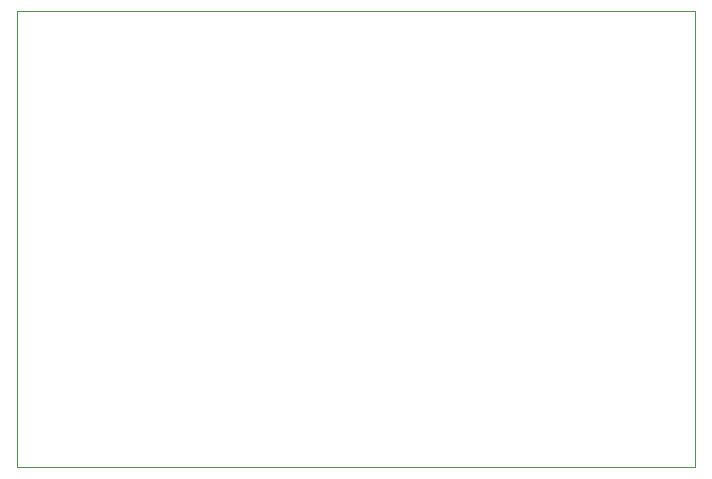
<source format=gbr>
G04 #@! TF.GenerationSoftware,KiCad,Pcbnew,(5.1.8)-1*
G04 #@! TF.CreationDate,2021-11-09T16:08:29-07:00*
G04 #@! TF.ProjectId,SPI 28c256,53504920-3238-4633-9235-362e6b696361,rev?*
G04 #@! TF.SameCoordinates,Original*
G04 #@! TF.FileFunction,Profile,NP*
%FSLAX46Y46*%
G04 Gerber Fmt 4.6, Leading zero omitted, Abs format (unit mm)*
G04 Created by KiCad (PCBNEW (5.1.8)-1) date 2021-11-09 16:08:29*
%MOMM*%
%LPD*%
G01*
G04 APERTURE LIST*
G04 #@! TA.AperFunction,Profile*
%ADD10C,0.050000*%
G04 #@! TD*
G04 APERTURE END LIST*
D10*
X173482000Y-95250000D02*
X230886000Y-95250000D01*
X173482000Y-133858000D02*
X173482000Y-95250000D01*
X230886000Y-133858000D02*
X173482000Y-133858000D01*
X230886000Y-95250000D02*
X230886000Y-133858000D01*
M02*

</source>
